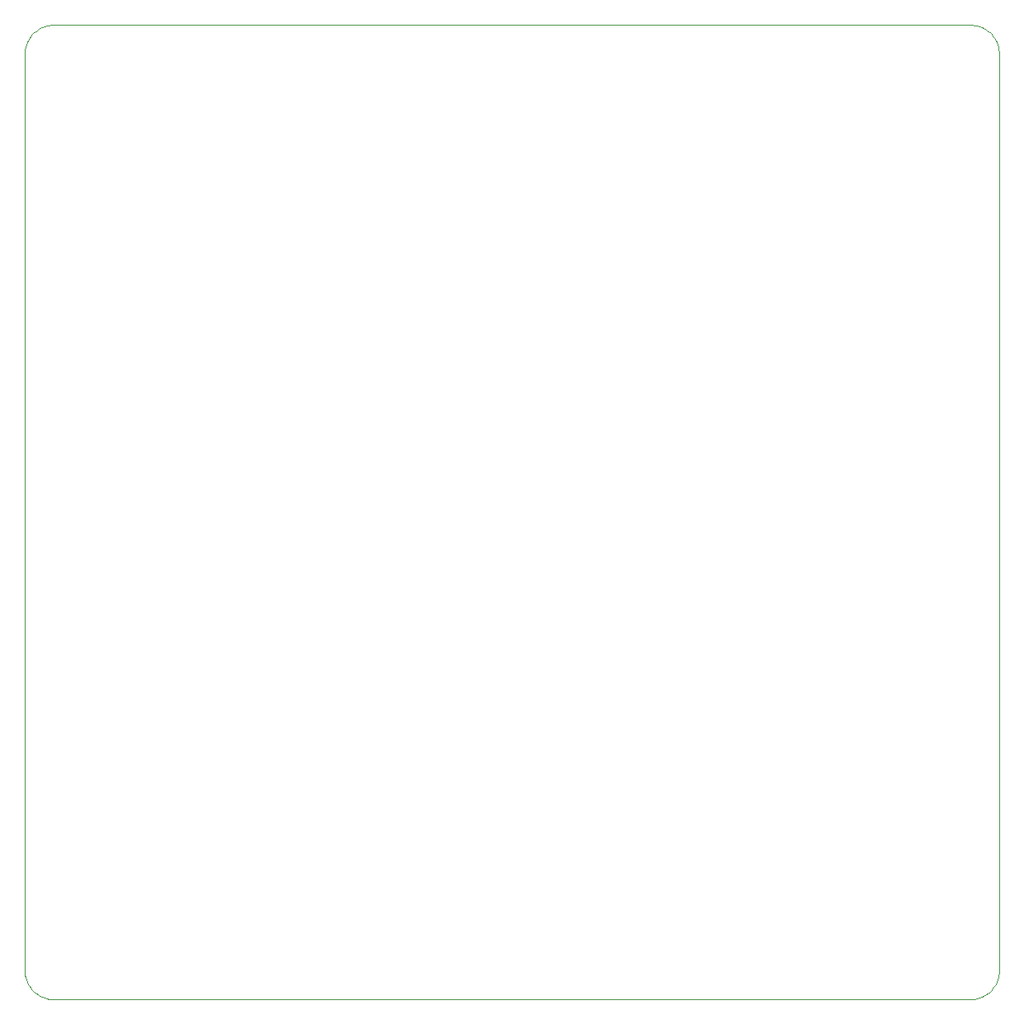
<source format=gko>
G04*
G04 #@! TF.GenerationSoftware,Altium Limited,Altium Designer,23.3.1 (30)*
G04*
G04 Layer_Color=16711935*
%FSLAX25Y25*%
%MOIN*%
G70*
G04*
G04 #@! TF.SameCoordinates,A0E3A479-A048-482A-A5C8-966E8189681F*
G04*
G04*
G04 #@! TF.FilePolarity,Positive*
G04*
G01*
G75*
%ADD15C,0.00197*%
D15*
Y-381890D02*
X40Y-382865D01*
X161Y-383834D01*
X361Y-384789D01*
X640Y-385725D01*
X995Y-386634D01*
X1424Y-387511D01*
X1923Y-388350D01*
X2490Y-389144D01*
X3121Y-389889D01*
X3812Y-390579D01*
X4557Y-391210D01*
X5351Y-391778D01*
X6190Y-392277D01*
X7067Y-392706D01*
X7976Y-393061D01*
X8912Y-393339D01*
X9867Y-393540D01*
X10836Y-393660D01*
X11811Y-393701D01*
X381890D02*
X382865Y-393660D01*
X383834Y-393540D01*
X384789Y-393339D01*
X385725Y-393061D01*
X386634Y-392706D01*
X387511Y-392277D01*
X388350Y-391778D01*
X389144Y-391210D01*
X389889Y-390579D01*
X390579Y-389889D01*
X391210Y-389144D01*
X391778Y-388350D01*
X392277Y-387511D01*
X392706Y-386634D01*
X393061Y-385725D01*
X393339Y-384789D01*
X393540Y-383834D01*
X393660Y-382865D01*
X393701Y-381890D01*
Y-11811D02*
X393660Y-10836D01*
X393540Y-9867D01*
X393339Y-8912D01*
X393061Y-7976D01*
X392706Y-7067D01*
X392277Y-6190D01*
X391778Y-5351D01*
X391210Y-4557D01*
X390579Y-3812D01*
X389889Y-3121D01*
X389144Y-2490D01*
X388350Y-1923D01*
X387511Y-1424D01*
X386634Y-995D01*
X385725Y-640D01*
X384789Y-361D01*
X383834Y-161D01*
X382865Y-40D01*
X381890Y0D01*
X11811D02*
X10836Y-40D01*
X9867Y-161D01*
X8912Y-361D01*
X7976Y-640D01*
X7067Y-995D01*
X6190Y-1424D01*
X5351Y-1923D01*
X4557Y-2490D01*
X3812Y-3121D01*
X3121Y-3812D01*
X2490Y-4557D01*
X1923Y-5351D01*
X1424Y-6190D01*
X995Y-7067D01*
X640Y-7976D01*
X361Y-8912D01*
X161Y-9867D01*
X40Y-10836D01*
X0Y-11811D01*
X10827Y-393701D02*
X381890D01*
X393701Y-381890D02*
Y-11811D01*
X11811Y0D02*
X381890D01*
X0Y-381890D02*
Y-381890D01*
Y-11811D01*
M02*

</source>
